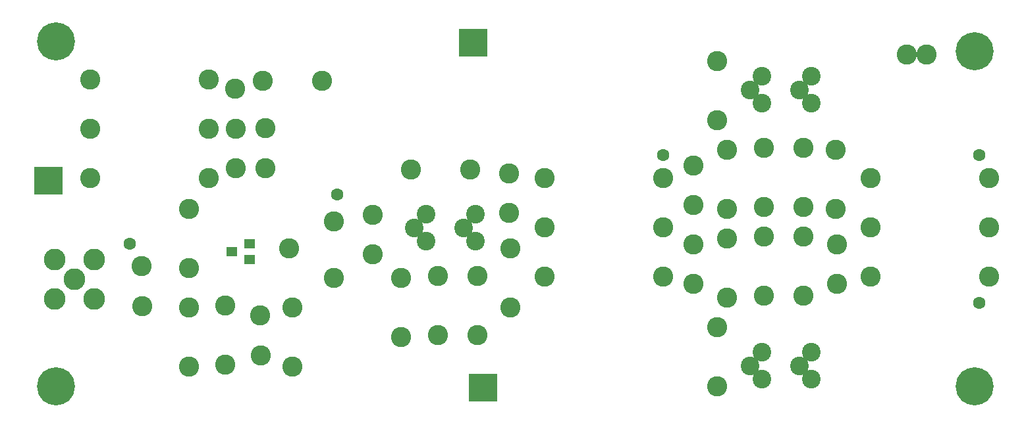
<source format=gbr>
%FSLAX34Y34*%
%MOMM*%
%LNSOLDERMASK_TOP*%
G71*
G01*
%ADD10C,2.400*%
%ADD11C,2.600*%
%ADD12C,2.600*%
%ADD13R,1.420X1.220*%
%ADD14C,1.600*%
%ADD15C,2.800*%
%ADD16C,4.900*%
%LPD*%
X939800Y430150D02*
G54D10*
D03*
X923900Y412575D02*
G54D10*
D03*
X939835Y394959D02*
G54D10*
D03*
X1003300Y430150D02*
G54D10*
D03*
X987400Y412575D02*
G54D10*
D03*
X1003335Y394959D02*
G54D10*
D03*
X939800Y74550D02*
G54D10*
D03*
X923900Y56975D02*
G54D10*
D03*
X939835Y39359D02*
G54D10*
D03*
X1003300Y74550D02*
G54D10*
D03*
X987400Y56975D02*
G54D10*
D03*
X1003335Y39359D02*
G54D10*
D03*
X941729Y261825D02*
G54D11*
D03*
X941779Y338075D02*
G54D11*
D03*
X941729Y147525D02*
G54D11*
D03*
X941779Y223775D02*
G54D11*
D03*
X992529Y261825D02*
G54D11*
D03*
X992579Y338075D02*
G54D11*
D03*
X992529Y147525D02*
G54D11*
D03*
X992579Y223775D02*
G54D11*
D03*
X894738Y259265D02*
G54D11*
D03*
X894788Y335515D02*
G54D11*
D03*
X894738Y144965D02*
G54D11*
D03*
X894788Y221215D02*
G54D11*
D03*
X882038Y30665D02*
G54D11*
D03*
X882088Y106915D02*
G54D11*
D03*
X882038Y373565D02*
G54D11*
D03*
X882088Y449815D02*
G54D11*
D03*
X851777Y315084D02*
G54D11*
D03*
X851777Y264284D02*
G54D11*
D03*
X851777Y213484D02*
G54D11*
D03*
X851777Y162684D02*
G54D11*
D03*
X1034438Y259265D02*
G54D11*
D03*
X1034488Y335515D02*
G54D11*
D03*
X1035927Y213484D02*
G54D11*
D03*
X1035927Y162684D02*
G54D11*
D03*
X894738Y259265D02*
G54D12*
D03*
X894788Y221215D02*
G54D12*
D03*
X941779Y223775D02*
G54D12*
D03*
X941729Y261825D02*
G54D12*
D03*
X992579Y223775D02*
G54D12*
D03*
X992529Y261825D02*
G54D12*
D03*
X1035927Y162684D02*
G54D12*
D03*
X660400Y298450D02*
G54D11*
D03*
X812800Y298450D02*
G54D11*
D03*
X660400Y171450D02*
G54D11*
D03*
X660400Y234950D02*
G54D11*
D03*
X812800Y234950D02*
G54D11*
D03*
X812800Y171450D02*
G54D11*
D03*
X1079500Y298450D02*
G54D11*
D03*
X1231900Y298450D02*
G54D11*
D03*
X1079500Y171450D02*
G54D11*
D03*
X1079500Y234950D02*
G54D11*
D03*
X1231900Y234950D02*
G54D11*
D03*
X1231900Y171450D02*
G54D11*
D03*
X660400Y234950D02*
G54D12*
D03*
X812800Y234950D02*
G54D12*
D03*
X1079500Y234950D02*
G54D12*
D03*
X1231900Y234950D02*
G54D12*
D03*
X1125675Y458125D02*
G54D11*
D03*
X1151175Y458125D02*
G54D11*
D03*
X508000Y252350D02*
G54D10*
D03*
X492100Y234775D02*
G54D10*
D03*
X508035Y217159D02*
G54D10*
D03*
X571500Y252350D02*
G54D10*
D03*
X555600Y234775D02*
G54D10*
D03*
X571535Y217159D02*
G54D10*
D03*
X522629Y96725D02*
G54D11*
D03*
X522679Y172975D02*
G54D11*
D03*
X573429Y96725D02*
G54D11*
D03*
X573479Y172975D02*
G54D11*
D03*
X475638Y94165D02*
G54D11*
D03*
X475688Y170415D02*
G54D11*
D03*
X475688Y170415D02*
G54D11*
D03*
X439027Y251584D02*
G54D11*
D03*
X439027Y200784D02*
G54D11*
D03*
X488348Y310139D02*
G54D11*
D03*
X564599Y310089D02*
G54D11*
D03*
X564599Y310089D02*
G54D11*
D03*
X615736Y208265D02*
G54D11*
D03*
X615686Y132015D02*
G54D11*
D03*
X614248Y254047D02*
G54D11*
D03*
X614248Y304847D02*
G54D11*
D03*
X614248Y304847D02*
G54D12*
D03*
X522629Y96725D02*
G54D12*
D03*
X573429Y96725D02*
G54D12*
D03*
X475638Y94165D02*
G54D12*
D03*
X257850Y204050D02*
G54D13*
D03*
X280750Y193850D02*
G54D13*
D03*
X280750Y214250D02*
G54D13*
D03*
X249579Y58625D02*
G54D11*
D03*
X249629Y134875D02*
G54D11*
D03*
X202588Y56065D02*
G54D11*
D03*
X202638Y132315D02*
G54D11*
D03*
X202638Y132315D02*
G54D11*
D03*
X249579Y58625D02*
G54D12*
D03*
X202588Y56065D02*
G54D12*
D03*
X389074Y170207D02*
G54D11*
D03*
X331924Y208307D02*
G54D11*
D03*
X389074Y243232D02*
G54D11*
D03*
X331924Y208307D02*
G54D11*
D03*
X294681Y121509D02*
G54D11*
D03*
X294793Y70528D02*
G54D11*
D03*
X294793Y70528D02*
G54D11*
D03*
X294793Y70528D02*
G54D11*
D03*
X263197Y311639D02*
G54D11*
D03*
X263085Y362620D02*
G54D11*
D03*
X301031Y362809D02*
G54D11*
D03*
X301143Y311828D02*
G54D11*
D03*
X301143Y311828D02*
G54D11*
D03*
X301143Y311828D02*
G54D11*
D03*
X202672Y259329D02*
G54D11*
D03*
X202622Y183079D02*
G54D11*
D03*
X202622Y183079D02*
G54D11*
D03*
X142281Y185009D02*
G54D11*
D03*
X142393Y134028D02*
G54D11*
D03*
X76200Y425450D02*
G54D11*
D03*
X228600Y425450D02*
G54D11*
D03*
X76200Y298450D02*
G54D11*
D03*
X76200Y361950D02*
G54D11*
D03*
X228600Y361950D02*
G54D11*
D03*
X228600Y298450D02*
G54D11*
D03*
X76200Y361950D02*
G54D12*
D03*
X228600Y361950D02*
G54D12*
D03*
X262303Y414266D02*
G54D11*
D03*
X335938Y56065D02*
G54D11*
D03*
X335988Y132315D02*
G54D11*
D03*
X335988Y132315D02*
G54D11*
D03*
X335938Y56065D02*
G54D12*
D03*
X393700Y277750D02*
G54D14*
D03*
X812800Y328550D02*
G54D14*
D03*
X1219200Y328550D02*
G54D14*
D03*
X1219200Y138050D02*
G54D14*
D03*
X29931Y193681D02*
G54D15*
D03*
X80731Y193681D02*
G54D15*
D03*
X55331Y168281D02*
G54D15*
D03*
X80731Y142881D02*
G54D15*
D03*
X29931Y142881D02*
G54D15*
D03*
X127000Y214250D02*
G54D14*
D03*
X297849Y424439D02*
G54D11*
D03*
X374098Y424389D02*
G54D11*
D03*
X374098Y424389D02*
G54D11*
D03*
G36*
X4226Y313337D02*
X40226Y313337D01*
X40226Y277337D01*
X4226Y277337D01*
X4226Y313337D01*
G37*
X31750Y30100D02*
G54D16*
D03*
X31750Y474600D02*
G54D16*
D03*
X1212850Y461900D02*
G54D16*
D03*
X1212850Y30100D02*
G54D16*
D03*
G36*
X563026Y46637D02*
X599026Y46637D01*
X599026Y10637D01*
X563026Y10637D01*
X563026Y46637D01*
G37*
G36*
X550326Y491137D02*
X586326Y491137D01*
X586326Y455137D01*
X550326Y455137D01*
X550326Y491137D01*
G37*
M02*

</source>
